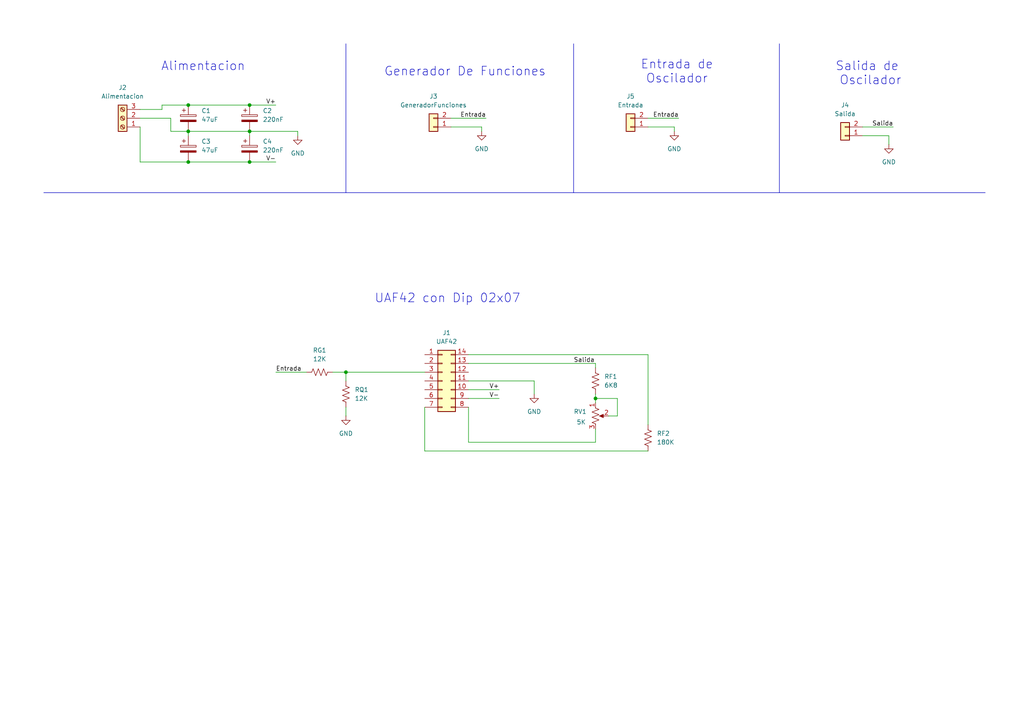
<source format=kicad_sch>
(kicad_sch
	(version 20250114)
	(generator "eeschema")
	(generator_version "9.0")
	(uuid "ab6dd61e-4d82-4cfd-bc28-f9d50e51a0d3")
	(paper "A4")
	(lib_symbols
		(symbol "Connector:Screw_Terminal_01x03"
			(pin_names
				(offset 1.016)
				(hide yes)
			)
			(exclude_from_sim no)
			(in_bom yes)
			(on_board yes)
			(property "Reference" "J"
				(at 0 5.08 0)
				(effects
					(font
						(size 1.27 1.27)
					)
				)
			)
			(property "Value" "Screw_Terminal_01x03"
				(at 0 -5.08 0)
				(effects
					(font
						(size 1.27 1.27)
					)
				)
			)
			(property "Footprint" ""
				(at 0 0 0)
				(effects
					(font
						(size 1.27 1.27)
					)
					(hide yes)
				)
			)
			(property "Datasheet" "~"
				(at 0 0 0)
				(effects
					(font
						(size 1.27 1.27)
					)
					(hide yes)
				)
			)
			(property "Description" "Generic screw terminal, single row, 01x03, script generated (kicad-library-utils/schlib/autogen/connector/)"
				(at 0 0 0)
				(effects
					(font
						(size 1.27 1.27)
					)
					(hide yes)
				)
			)
			(property "ki_keywords" "screw terminal"
				(at 0 0 0)
				(effects
					(font
						(size 1.27 1.27)
					)
					(hide yes)
				)
			)
			(property "ki_fp_filters" "TerminalBlock*:*"
				(at 0 0 0)
				(effects
					(font
						(size 1.27 1.27)
					)
					(hide yes)
				)
			)
			(symbol "Screw_Terminal_01x03_1_1"
				(rectangle
					(start -1.27 3.81)
					(end 1.27 -3.81)
					(stroke
						(width 0.254)
						(type default)
					)
					(fill
						(type background)
					)
				)
				(polyline
					(pts
						(xy -0.5334 2.8702) (xy 0.3302 2.032)
					)
					(stroke
						(width 0.1524)
						(type default)
					)
					(fill
						(type none)
					)
				)
				(polyline
					(pts
						(xy -0.5334 0.3302) (xy 0.3302 -0.508)
					)
					(stroke
						(width 0.1524)
						(type default)
					)
					(fill
						(type none)
					)
				)
				(polyline
					(pts
						(xy -0.5334 -2.2098) (xy 0.3302 -3.048)
					)
					(stroke
						(width 0.1524)
						(type default)
					)
					(fill
						(type none)
					)
				)
				(polyline
					(pts
						(xy -0.3556 3.048) (xy 0.508 2.2098)
					)
					(stroke
						(width 0.1524)
						(type default)
					)
					(fill
						(type none)
					)
				)
				(polyline
					(pts
						(xy -0.3556 0.508) (xy 0.508 -0.3302)
					)
					(stroke
						(width 0.1524)
						(type default)
					)
					(fill
						(type none)
					)
				)
				(polyline
					(pts
						(xy -0.3556 -2.032) (xy 0.508 -2.8702)
					)
					(stroke
						(width 0.1524)
						(type default)
					)
					(fill
						(type none)
					)
				)
				(circle
					(center 0 2.54)
					(radius 0.635)
					(stroke
						(width 0.1524)
						(type default)
					)
					(fill
						(type none)
					)
				)
				(circle
					(center 0 0)
					(radius 0.635)
					(stroke
						(width 0.1524)
						(type default)
					)
					(fill
						(type none)
					)
				)
				(circle
					(center 0 -2.54)
					(radius 0.635)
					(stroke
						(width 0.1524)
						(type default)
					)
					(fill
						(type none)
					)
				)
				(pin passive line
					(at -5.08 2.54 0)
					(length 3.81)
					(name "Pin_1"
						(effects
							(font
								(size 1.27 1.27)
							)
						)
					)
					(number "1"
						(effects
							(font
								(size 1.27 1.27)
							)
						)
					)
				)
				(pin passive line
					(at -5.08 0 0)
					(length 3.81)
					(name "Pin_2"
						(effects
							(font
								(size 1.27 1.27)
							)
						)
					)
					(number "2"
						(effects
							(font
								(size 1.27 1.27)
							)
						)
					)
				)
				(pin passive line
					(at -5.08 -2.54 0)
					(length 3.81)
					(name "Pin_3"
						(effects
							(font
								(size 1.27 1.27)
							)
						)
					)
					(number "3"
						(effects
							(font
								(size 1.27 1.27)
							)
						)
					)
				)
			)
			(embedded_fonts no)
		)
		(symbol "Connector_Generic:Conn_01x02"
			(pin_names
				(offset 1.016)
				(hide yes)
			)
			(exclude_from_sim no)
			(in_bom yes)
			(on_board yes)
			(property "Reference" "J"
				(at 0 2.54 0)
				(effects
					(font
						(size 1.27 1.27)
					)
				)
			)
			(property "Value" "Conn_01x02"
				(at 0 -5.08 0)
				(effects
					(font
						(size 1.27 1.27)
					)
				)
			)
			(property "Footprint" ""
				(at 0 0 0)
				(effects
					(font
						(size 1.27 1.27)
					)
					(hide yes)
				)
			)
			(property "Datasheet" "~"
				(at 0 0 0)
				(effects
					(font
						(size 1.27 1.27)
					)
					(hide yes)
				)
			)
			(property "Description" "Generic connector, single row, 01x02, script generated (kicad-library-utils/schlib/autogen/connector/)"
				(at 0 0 0)
				(effects
					(font
						(size 1.27 1.27)
					)
					(hide yes)
				)
			)
			(property "ki_keywords" "connector"
				(at 0 0 0)
				(effects
					(font
						(size 1.27 1.27)
					)
					(hide yes)
				)
			)
			(property "ki_fp_filters" "Connector*:*_1x??_*"
				(at 0 0 0)
				(effects
					(font
						(size 1.27 1.27)
					)
					(hide yes)
				)
			)
			(symbol "Conn_01x02_1_1"
				(rectangle
					(start -1.27 1.27)
					(end 1.27 -3.81)
					(stroke
						(width 0.254)
						(type default)
					)
					(fill
						(type background)
					)
				)
				(rectangle
					(start -1.27 0.127)
					(end 0 -0.127)
					(stroke
						(width 0.1524)
						(type default)
					)
					(fill
						(type none)
					)
				)
				(rectangle
					(start -1.27 -2.413)
					(end 0 -2.667)
					(stroke
						(width 0.1524)
						(type default)
					)
					(fill
						(type none)
					)
				)
				(pin passive line
					(at -5.08 0 0)
					(length 3.81)
					(name "Pin_1"
						(effects
							(font
								(size 1.27 1.27)
							)
						)
					)
					(number "1"
						(effects
							(font
								(size 1.27 1.27)
							)
						)
					)
				)
				(pin passive line
					(at -5.08 -2.54 0)
					(length 3.81)
					(name "Pin_2"
						(effects
							(font
								(size 1.27 1.27)
							)
						)
					)
					(number "2"
						(effects
							(font
								(size 1.27 1.27)
							)
						)
					)
				)
			)
			(embedded_fonts no)
		)
		(symbol "Connector_Generic:Conn_02x07_Counter_Clockwise"
			(pin_names
				(offset 1.016)
				(hide yes)
			)
			(exclude_from_sim no)
			(in_bom yes)
			(on_board yes)
			(property "Reference" "J"
				(at 1.27 10.16 0)
				(effects
					(font
						(size 1.27 1.27)
					)
				)
			)
			(property "Value" "Conn_02x07_Counter_Clockwise"
				(at 1.27 -10.16 0)
				(effects
					(font
						(size 1.27 1.27)
					)
				)
			)
			(property "Footprint" ""
				(at 0 0 0)
				(effects
					(font
						(size 1.27 1.27)
					)
					(hide yes)
				)
			)
			(property "Datasheet" "~"
				(at 0 0 0)
				(effects
					(font
						(size 1.27 1.27)
					)
					(hide yes)
				)
			)
			(property "Description" "Generic connector, double row, 02x07, counter clockwise pin numbering scheme (similar to DIP package numbering), script generated (kicad-library-utils/schlib/autogen/connector/)"
				(at 0 0 0)
				(effects
					(font
						(size 1.27 1.27)
					)
					(hide yes)
				)
			)
			(property "ki_keywords" "connector"
				(at 0 0 0)
				(effects
					(font
						(size 1.27 1.27)
					)
					(hide yes)
				)
			)
			(property "ki_fp_filters" "Connector*:*_2x??_*"
				(at 0 0 0)
				(effects
					(font
						(size 1.27 1.27)
					)
					(hide yes)
				)
			)
			(symbol "Conn_02x07_Counter_Clockwise_1_1"
				(rectangle
					(start -1.27 8.89)
					(end 3.81 -8.89)
					(stroke
						(width 0.254)
						(type default)
					)
					(fill
						(type background)
					)
				)
				(rectangle
					(start -1.27 7.747)
					(end 0 7.493)
					(stroke
						(width 0.1524)
						(type default)
					)
					(fill
						(type none)
					)
				)
				(rectangle
					(start -1.27 5.207)
					(end 0 4.953)
					(stroke
						(width 0.1524)
						(type default)
					)
					(fill
						(type none)
					)
				)
				(rectangle
					(start -1.27 2.667)
					(end 0 2.413)
					(stroke
						(width 0.1524)
						(type default)
					)
					(fill
						(type none)
					)
				)
				(rectangle
					(start -1.27 0.127)
					(end 0 -0.127)
					(stroke
						(width 0.1524)
						(type default)
					)
					(fill
						(type none)
					)
				)
				(rectangle
					(start -1.27 -2.413)
					(end 0 -2.667)
					(stroke
						(width 0.1524)
						(type default)
					)
					(fill
						(type none)
					)
				)
				(rectangle
					(start -1.27 -4.953)
					(end 0 -5.207)
					(stroke
						(width 0.1524)
						(type default)
					)
					(fill
						(type none)
					)
				)
				(rectangle
					(start -1.27 -7.493)
					(end 0 -7.747)
					(stroke
						(width 0.1524)
						(type default)
					)
					(fill
						(type none)
					)
				)
				(rectangle
					(start 3.81 7.747)
					(end 2.54 7.493)
					(stroke
						(width 0.1524)
						(type default)
					)
					(fill
						(type none)
					)
				)
				(rectangle
					(start 3.81 5.207)
					(end 2.54 4.953)
					(stroke
						(width 0.1524)
						(type default)
					)
					(fill
						(type none)
					)
				)
				(rectangle
					(start 3.81 2.667)
					(end 2.54 2.413)
					(stroke
						(width 0.1524)
						(type default)
					)
					(fill
						(type none)
					)
				)
				(rectangle
					(start 3.81 0.127)
					(end 2.54 -0.127)
					(stroke
						(width 0.1524)
						(type default)
					)
					(fill
						(type none)
					)
				)
				(rectangle
					(start 3.81 -2.413)
					(end 2.54 -2.667)
					(stroke
						(width 0.1524)
						(type default)
					)
					(fill
						(type none)
					)
				)
				(rectangle
					(start 3.81 -4.953)
					(end 2.54 -5.207)
					(stroke
						(width 0.1524)
						(type default)
					)
					(fill
						(type none)
					)
				)
				(rectangle
					(start 3.81 -7.493)
					(end 2.54 -7.747)
					(stroke
						(width 0.1524)
						(type default)
					)
					(fill
						(type none)
					)
				)
				(pin passive line
					(at -5.08 7.62 0)
					(length 3.81)
					(name "Pin_1"
						(effects
							(font
								(size 1.27 1.27)
							)
						)
					)
					(number "1"
						(effects
							(font
								(size 1.27 1.27)
							)
						)
					)
				)
				(pin passive line
					(at -5.08 5.08 0)
					(length 3.81)
					(name "Pin_2"
						(effects
							(font
								(size 1.27 1.27)
							)
						)
					)
					(number "2"
						(effects
							(font
								(size 1.27 1.27)
							)
						)
					)
				)
				(pin passive line
					(at -5.08 2.54 0)
					(length 3.81)
					(name "Pin_3"
						(effects
							(font
								(size 1.27 1.27)
							)
						)
					)
					(number "3"
						(effects
							(font
								(size 1.27 1.27)
							)
						)
					)
				)
				(pin passive line
					(at -5.08 0 0)
					(length 3.81)
					(name "Pin_4"
						(effects
							(font
								(size 1.27 1.27)
							)
						)
					)
					(number "4"
						(effects
							(font
								(size 1.27 1.27)
							)
						)
					)
				)
				(pin passive line
					(at -5.08 -2.54 0)
					(length 3.81)
					(name "Pin_5"
						(effects
							(font
								(size 1.27 1.27)
							)
						)
					)
					(number "5"
						(effects
							(font
								(size 1.27 1.27)
							)
						)
					)
				)
				(pin passive line
					(at -5.08 -5.08 0)
					(length 3.81)
					(name "Pin_6"
						(effects
							(font
								(size 1.27 1.27)
							)
						)
					)
					(number "6"
						(effects
							(font
								(size 1.27 1.27)
							)
						)
					)
				)
				(pin passive line
					(at -5.08 -7.62 0)
					(length 3.81)
					(name "Pin_7"
						(effects
							(font
								(size 1.27 1.27)
							)
						)
					)
					(number "7"
						(effects
							(font
								(size 1.27 1.27)
							)
						)
					)
				)
				(pin passive line
					(at 7.62 7.62 180)
					(length 3.81)
					(name "Pin_14"
						(effects
							(font
								(size 1.27 1.27)
							)
						)
					)
					(number "14"
						(effects
							(font
								(size 1.27 1.27)
							)
						)
					)
				)
				(pin passive line
					(at 7.62 5.08 180)
					(length 3.81)
					(name "Pin_13"
						(effects
							(font
								(size 1.27 1.27)
							)
						)
					)
					(number "13"
						(effects
							(font
								(size 1.27 1.27)
							)
						)
					)
				)
				(pin passive line
					(at 7.62 2.54 180)
					(length 3.81)
					(name "Pin_12"
						(effects
							(font
								(size 1.27 1.27)
							)
						)
					)
					(number "12"
						(effects
							(font
								(size 1.27 1.27)
							)
						)
					)
				)
				(pin passive line
					(at 7.62 0 180)
					(length 3.81)
					(name "Pin_11"
						(effects
							(font
								(size 1.27 1.27)
							)
						)
					)
					(number "11"
						(effects
							(font
								(size 1.27 1.27)
							)
						)
					)
				)
				(pin passive line
					(at 7.62 -2.54 180)
					(length 3.81)
					(name "Pin_10"
						(effects
							(font
								(size 1.27 1.27)
							)
						)
					)
					(number "10"
						(effects
							(font
								(size 1.27 1.27)
							)
						)
					)
				)
				(pin passive line
					(at 7.62 -5.08 180)
					(length 3.81)
					(name "Pin_9"
						(effects
							(font
								(size 1.27 1.27)
							)
						)
					)
					(number "9"
						(effects
							(font
								(size 1.27 1.27)
							)
						)
					)
				)
				(pin passive line
					(at 7.62 -7.62 180)
					(length 3.81)
					(name "Pin_8"
						(effects
							(font
								(size 1.27 1.27)
							)
						)
					)
					(number "8"
						(effects
							(font
								(size 1.27 1.27)
							)
						)
					)
				)
			)
			(embedded_fonts no)
		)
		(symbol "Device:C_Polarized"
			(pin_numbers
				(hide yes)
			)
			(pin_names
				(offset 0.254)
			)
			(exclude_from_sim no)
			(in_bom yes)
			(on_board yes)
			(property "Reference" "C"
				(at 0.635 2.54 0)
				(effects
					(font
						(size 1.27 1.27)
					)
					(justify left)
				)
			)
			(property "Value" "C_Polarized"
				(at 0.635 -2.54 0)
				(effects
					(font
						(size 1.27 1.27)
					)
					(justify left)
				)
			)
			(property "Footprint" ""
				(at 0.9652 -3.81 0)
				(effects
					(font
						(size 1.27 1.27)
					)
					(hide yes)
				)
			)
			(property "Datasheet" "~"
				(at 0 0 0)
				(effects
					(font
						(size 1.27 1.27)
					)
					(hide yes)
				)
			)
			(property "Description" "Polarized capacitor"
				(at 0 0 0)
				(effects
					(font
						(size 1.27 1.27)
					)
					(hide yes)
				)
			)
			(property "ki_keywords" "cap capacitor"
				(at 0 0 0)
				(effects
					(font
						(size 1.27 1.27)
					)
					(hide yes)
				)
			)
			(property "ki_fp_filters" "CP_*"
				(at 0 0 0)
				(effects
					(font
						(size 1.27 1.27)
					)
					(hide yes)
				)
			)
			(symbol "C_Polarized_0_1"
				(rectangle
					(start -2.286 0.508)
					(end 2.286 1.016)
					(stroke
						(width 0)
						(type default)
					)
					(fill
						(type none)
					)
				)
				(polyline
					(pts
						(xy -1.778 2.286) (xy -0.762 2.286)
					)
					(stroke
						(width 0)
						(type default)
					)
					(fill
						(type none)
					)
				)
				(polyline
					(pts
						(xy -1.27 2.794) (xy -1.27 1.778)
					)
					(stroke
						(width 0)
						(type default)
					)
					(fill
						(type none)
					)
				)
				(rectangle
					(start 2.286 -0.508)
					(end -2.286 -1.016)
					(stroke
						(width 0)
						(type default)
					)
					(fill
						(type outline)
					)
				)
			)
			(symbol "C_Polarized_1_1"
				(pin passive line
					(at 0 3.81 270)
					(length 2.794)
					(name "~"
						(effects
							(font
								(size 1.27 1.27)
							)
						)
					)
					(number "1"
						(effects
							(font
								(size 1.27 1.27)
							)
						)
					)
				)
				(pin passive line
					(at 0 -3.81 90)
					(length 2.794)
					(name "~"
						(effects
							(font
								(size 1.27 1.27)
							)
						)
					)
					(number "2"
						(effects
							(font
								(size 1.27 1.27)
							)
						)
					)
				)
			)
			(embedded_fonts no)
		)
		(symbol "Device:R_Potentiometer_US"
			(pin_names
				(offset 1.016)
				(hide yes)
			)
			(exclude_from_sim no)
			(in_bom yes)
			(on_board yes)
			(property "Reference" "RV"
				(at -4.445 0 90)
				(effects
					(font
						(size 1.27 1.27)
					)
				)
			)
			(property "Value" "R_Potentiometer_US"
				(at -2.54 0 90)
				(effects
					(font
						(size 1.27 1.27)
					)
				)
			)
			(property "Footprint" ""
				(at 0 0 0)
				(effects
					(font
						(size 1.27 1.27)
					)
					(hide yes)
				)
			)
			(property "Datasheet" "~"
				(at 0 0 0)
				(effects
					(font
						(size 1.27 1.27)
					)
					(hide yes)
				)
			)
			(property "Description" "Potentiometer, US symbol"
				(at 0 0 0)
				(effects
					(font
						(size 1.27 1.27)
					)
					(hide yes)
				)
			)
			(property "ki_keywords" "resistor variable"
				(at 0 0 0)
				(effects
					(font
						(size 1.27 1.27)
					)
					(hide yes)
				)
			)
			(property "ki_fp_filters" "Potentiometer*"
				(at 0 0 0)
				(effects
					(font
						(size 1.27 1.27)
					)
					(hide yes)
				)
			)
			(symbol "R_Potentiometer_US_0_1"
				(polyline
					(pts
						(xy 0 2.54) (xy 0 2.286)
					)
					(stroke
						(width 0)
						(type default)
					)
					(fill
						(type none)
					)
				)
				(polyline
					(pts
						(xy 0 2.286) (xy 1.016 1.905) (xy 0 1.524) (xy -1.016 1.143) (xy 0 0.762)
					)
					(stroke
						(width 0)
						(type default)
					)
					(fill
						(type none)
					)
				)
				(polyline
					(pts
						(xy 0 0.762) (xy 1.016 0.381) (xy 0 0) (xy -1.016 -0.381) (xy 0 -0.762)
					)
					(stroke
						(width 0)
						(type default)
					)
					(fill
						(type none)
					)
				)
				(polyline
					(pts
						(xy 0 -0.762) (xy 1.016 -1.143) (xy 0 -1.524) (xy -1.016 -1.905) (xy 0 -2.286)
					)
					(stroke
						(width 0)
						(type default)
					)
					(fill
						(type none)
					)
				)
				(polyline
					(pts
						(xy 0 -2.286) (xy 0 -2.54)
					)
					(stroke
						(width 0)
						(type default)
					)
					(fill
						(type none)
					)
				)
				(polyline
					(pts
						(xy 1.143 0) (xy 2.286 0.508) (xy 2.286 -0.508) (xy 1.143 0)
					)
					(stroke
						(width 0)
						(type default)
					)
					(fill
						(type outline)
					)
				)
				(polyline
					(pts
						(xy 2.54 0) (xy 1.524 0)
					)
					(stroke
						(width 0)
						(type default)
					)
					(fill
						(type none)
					)
				)
			)
			(symbol "R_Potentiometer_US_1_1"
				(pin passive line
					(at 0 3.81 270)
					(length 1.27)
					(name "1"
						(effects
							(font
								(size 1.27 1.27)
							)
						)
					)
					(number "1"
						(effects
							(font
								(size 1.27 1.27)
							)
						)
					)
				)
				(pin passive line
					(at 0 -3.81 90)
					(length 1.27)
					(name "3"
						(effects
							(font
								(size 1.27 1.27)
							)
						)
					)
					(number "3"
						(effects
							(font
								(size 1.27 1.27)
							)
						)
					)
				)
				(pin passive line
					(at 3.81 0 180)
					(length 1.27)
					(name "2"
						(effects
							(font
								(size 1.27 1.27)
							)
						)
					)
					(number "2"
						(effects
							(font
								(size 1.27 1.27)
							)
						)
					)
				)
			)
			(embedded_fonts no)
		)
		(symbol "Device:R_US"
			(pin_numbers
				(hide yes)
			)
			(pin_names
				(offset 0)
			)
			(exclude_from_sim no)
			(in_bom yes)
			(on_board yes)
			(property "Reference" "R"
				(at 2.54 0 90)
				(effects
					(font
						(size 1.27 1.27)
					)
				)
			)
			(property "Value" "R_US"
				(at -2.54 0 90)
				(effects
					(font
						(size 1.27 1.27)
					)
				)
			)
			(property "Footprint" ""
				(at 1.016 -0.254 90)
				(effects
					(font
						(size 1.27 1.27)
					)
					(hide yes)
				)
			)
			(property "Datasheet" "~"
				(at 0 0 0)
				(effects
					(font
						(size 1.27 1.27)
					)
					(hide yes)
				)
			)
			(property "Description" "Resistor, US symbol"
				(at 0 0 0)
				(effects
					(font
						(size 1.27 1.27)
					)
					(hide yes)
				)
			)
			(property "ki_keywords" "R res resistor"
				(at 0 0 0)
				(effects
					(font
						(size 1.27 1.27)
					)
					(hide yes)
				)
			)
			(property "ki_fp_filters" "R_*"
				(at 0 0 0)
				(effects
					(font
						(size 1.27 1.27)
					)
					(hide yes)
				)
			)
			(symbol "R_US_0_1"
				(polyline
					(pts
						(xy 0 2.286) (xy 0 2.54)
					)
					(stroke
						(width 0)
						(type default)
					)
					(fill
						(type none)
					)
				)
				(polyline
					(pts
						(xy 0 2.286) (xy 1.016 1.905) (xy 0 1.524) (xy -1.016 1.143) (xy 0 0.762)
					)
					(stroke
						(width 0)
						(type default)
					)
					(fill
						(type none)
					)
				)
				(polyline
					(pts
						(xy 0 0.762) (xy 1.016 0.381) (xy 0 0) (xy -1.016 -0.381) (xy 0 -0.762)
					)
					(stroke
						(width 0)
						(type default)
					)
					(fill
						(type none)
					)
				)
				(polyline
					(pts
						(xy 0 -0.762) (xy 1.016 -1.143) (xy 0 -1.524) (xy -1.016 -1.905) (xy 0 -2.286)
					)
					(stroke
						(width 0)
						(type default)
					)
					(fill
						(type none)
					)
				)
				(polyline
					(pts
						(xy 0 -2.286) (xy 0 -2.54)
					)
					(stroke
						(width 0)
						(type default)
					)
					(fill
						(type none)
					)
				)
			)
			(symbol "R_US_1_1"
				(pin passive line
					(at 0 3.81 270)
					(length 1.27)
					(name "~"
						(effects
							(font
								(size 1.27 1.27)
							)
						)
					)
					(number "1"
						(effects
							(font
								(size 1.27 1.27)
							)
						)
					)
				)
				(pin passive line
					(at 0 -3.81 90)
					(length 1.27)
					(name "~"
						(effects
							(font
								(size 1.27 1.27)
							)
						)
					)
					(number "2"
						(effects
							(font
								(size 1.27 1.27)
							)
						)
					)
				)
			)
			(embedded_fonts no)
		)
		(symbol "power:GND"
			(power)
			(pin_numbers
				(hide yes)
			)
			(pin_names
				(offset 0)
				(hide yes)
			)
			(exclude_from_sim no)
			(in_bom yes)
			(on_board yes)
			(property "Reference" "#PWR"
				(at 0 -6.35 0)
				(effects
					(font
						(size 1.27 1.27)
					)
					(hide yes)
				)
			)
			(property "Value" "GND"
				(at 0 -3.81 0)
				(effects
					(font
						(size 1.27 1.27)
					)
				)
			)
			(property "Footprint" ""
				(at 0 0 0)
				(effects
					(font
						(size 1.27 1.27)
					)
					(hide yes)
				)
			)
			(property "Datasheet" ""
				(at 0 0 0)
				(effects
					(font
						(size 1.27 1.27)
					)
					(hide yes)
				)
			)
			(property "Description" "Power symbol creates a global label with name \"GND\" , ground"
				(at 0 0 0)
				(effects
					(font
						(size 1.27 1.27)
					)
					(hide yes)
				)
			)
			(property "ki_keywords" "global power"
				(at 0 0 0)
				(effects
					(font
						(size 1.27 1.27)
					)
					(hide yes)
				)
			)
			(symbol "GND_0_1"
				(polyline
					(pts
						(xy 0 0) (xy 0 -1.27) (xy 1.27 -1.27) (xy 0 -2.54) (xy -1.27 -1.27) (xy 0 -1.27)
					)
					(stroke
						(width 0)
						(type default)
					)
					(fill
						(type none)
					)
				)
			)
			(symbol "GND_1_1"
				(pin power_in line
					(at 0 0 270)
					(length 0)
					(name "~"
						(effects
							(font
								(size 1.27 1.27)
							)
						)
					)
					(number "1"
						(effects
							(font
								(size 1.27 1.27)
							)
						)
					)
				)
			)
			(embedded_fonts no)
		)
	)
	(text "UAF42 con Dip 02x07"
		(exclude_from_sim no)
		(at 129.794 86.614 0)
		(effects
			(font
				(size 2.54 2.54)
			)
		)
		(uuid "6bae6d20-3d14-49eb-96b6-f31453bcd1d4")
	)
	(text "Salida de \nOscilador"
		(exclude_from_sim no)
		(at 252.476 21.336 0)
		(effects
			(font
				(size 2.54 2.54)
			)
		)
		(uuid "730718dc-fe00-4e24-8958-d918ee416ffb")
	)
	(text "Alimentacion"
		(exclude_from_sim no)
		(at 58.928 19.304 0)
		(effects
			(font
				(size 2.54 2.54)
			)
		)
		(uuid "7accf2d1-1620-420a-9647-ca8704c320c5")
	)
	(text "Generador De Funciones"
		(exclude_from_sim no)
		(at 134.874 20.828 0)
		(effects
			(font
				(size 2.54 2.54)
			)
		)
		(uuid "d5a6fe34-dd08-4579-b6b9-6a018615740f")
	)
	(text "Entrada de\nOscilador"
		(exclude_from_sim no)
		(at 196.342 20.828 0)
		(effects
			(font
				(size 2.54 2.54)
			)
		)
		(uuid "ef65067e-60b0-4d9e-9e76-c7074afba744")
	)
	(junction
		(at 72.39 38.1)
		(diameter 0)
		(color 0 0 0 0)
		(uuid "1249834a-e19e-4cf1-8210-f1638f897db7")
	)
	(junction
		(at 54.61 38.1)
		(diameter 0)
		(color 0 0 0 0)
		(uuid "258b4808-ad7c-49c8-9316-114c715470ad")
	)
	(junction
		(at 72.39 30.48)
		(diameter 0)
		(color 0 0 0 0)
		(uuid "50c14563-3b36-4fe2-9eb1-d0ccef86b630")
	)
	(junction
		(at 72.39 46.99)
		(diameter 0)
		(color 0 0 0 0)
		(uuid "8711ac1d-15e5-4f01-9f3f-c4431527dca7")
	)
	(junction
		(at 172.72 115.57)
		(diameter 0)
		(color 0 0 0 0)
		(uuid "b9ad9246-35c7-4e6d-b4e5-a6d8edd5a347")
	)
	(junction
		(at 100.33 107.95)
		(diameter 0)
		(color 0 0 0 0)
		(uuid "ca51c20f-6f3b-4b91-9d35-c0ed50f78542")
	)
	(junction
		(at 54.61 46.99)
		(diameter 0)
		(color 0 0 0 0)
		(uuid "d3047f86-0136-4a44-a9fd-2dc82c52bb54")
	)
	(junction
		(at 54.61 30.48)
		(diameter 0)
		(color 0 0 0 0)
		(uuid "d8e420a4-d589-4070-b45a-56c63fa3ebea")
	)
	(wire
		(pts
			(xy 100.33 107.95) (xy 123.19 107.95)
		)
		(stroke
			(width 0)
			(type default)
		)
		(uuid "0bb5ff3d-8f7f-4c28-867c-020b6f9db9a9")
	)
	(wire
		(pts
			(xy 172.72 124.46) (xy 172.72 128.27)
		)
		(stroke
			(width 0)
			(type default)
		)
		(uuid "10281460-f080-4737-82c5-3f643aa908bc")
	)
	(wire
		(pts
			(xy 187.96 36.83) (xy 195.58 36.83)
		)
		(stroke
			(width 0)
			(type default)
		)
		(uuid "15b8607e-4566-42d3-aab9-70685b3365cb")
	)
	(polyline
		(pts
			(xy 12.7 55.88) (xy 100.33 55.88)
		)
		(stroke
			(width 0)
			(type default)
		)
		(uuid "15e04eab-612e-45d5-8a80-cf13ebf0b47e")
	)
	(wire
		(pts
			(xy 46.99 30.48) (xy 54.61 30.48)
		)
		(stroke
			(width 0)
			(type default)
		)
		(uuid "17042693-7f07-405f-a77b-e94e9544a18a")
	)
	(wire
		(pts
			(xy 123.19 118.11) (xy 123.19 130.81)
		)
		(stroke
			(width 0)
			(type default)
		)
		(uuid "17bad4e1-ac8f-4026-8ca3-f85b66777ac2")
	)
	(wire
		(pts
			(xy 257.81 39.37) (xy 257.81 41.91)
		)
		(stroke
			(width 0)
			(type default)
		)
		(uuid "1826552d-c67e-4965-a3fe-7153aad1b7d2")
	)
	(wire
		(pts
			(xy 172.72 114.3) (xy 172.72 115.57)
		)
		(stroke
			(width 0)
			(type default)
		)
		(uuid "1bf66c4d-9c76-46f3-ab95-c8d10135163e")
	)
	(wire
		(pts
			(xy 40.64 36.83) (xy 40.64 46.99)
		)
		(stroke
			(width 0)
			(type default)
		)
		(uuid "1c126345-b793-48ad-aadb-8acd96f4cd93")
	)
	(wire
		(pts
			(xy 40.64 31.75) (xy 46.99 31.75)
		)
		(stroke
			(width 0)
			(type default)
		)
		(uuid "280db1a7-69e2-4e2d-aad1-05216fba95db")
	)
	(polyline
		(pts
			(xy 226.06 55.88) (xy 285.75 55.88)
		)
		(stroke
			(width 0)
			(type default)
		)
		(uuid "30e92648-0dfd-4456-b158-4b4ad7f6586c")
	)
	(wire
		(pts
			(xy 187.96 102.87) (xy 187.96 123.19)
		)
		(stroke
			(width 0)
			(type default)
		)
		(uuid "32676f80-6f44-458b-8ed4-c4f4091a6b28")
	)
	(wire
		(pts
			(xy 195.58 36.83) (xy 195.58 38.1)
		)
		(stroke
			(width 0)
			(type default)
		)
		(uuid "32f9af8b-e5df-4985-b54a-df74fe1ff214")
	)
	(wire
		(pts
			(xy 72.39 30.48) (xy 80.01 30.48)
		)
		(stroke
			(width 0)
			(type default)
		)
		(uuid "347db036-9cb4-4be9-9532-8ba1399f1b74")
	)
	(wire
		(pts
			(xy 135.89 102.87) (xy 187.96 102.87)
		)
		(stroke
			(width 0)
			(type default)
		)
		(uuid "34eee895-4cd7-4e1b-9b28-3b8317b566a2")
	)
	(wire
		(pts
			(xy 40.64 34.29) (xy 49.53 34.29)
		)
		(stroke
			(width 0)
			(type default)
		)
		(uuid "360d26c6-6726-4f4d-a62f-71256f0c2767")
	)
	(wire
		(pts
			(xy 135.89 105.41) (xy 172.72 105.41)
		)
		(stroke
			(width 0)
			(type default)
		)
		(uuid "3745d2d0-e0f9-44b4-910e-c9f868d5dcbc")
	)
	(wire
		(pts
			(xy 100.33 107.95) (xy 100.33 110.49)
		)
		(stroke
			(width 0)
			(type default)
		)
		(uuid "37f95f4f-ada5-4d4e-bd60-d22a79e2d71a")
	)
	(wire
		(pts
			(xy 49.53 38.1) (xy 54.61 38.1)
		)
		(stroke
			(width 0)
			(type default)
		)
		(uuid "3ba00431-bdde-45eb-a45b-647b3f7863cc")
	)
	(wire
		(pts
			(xy 250.19 39.37) (xy 257.81 39.37)
		)
		(stroke
			(width 0)
			(type default)
		)
		(uuid "3df4a969-b13d-4afa-86c5-297f7cabd861")
	)
	(wire
		(pts
			(xy 46.99 31.75) (xy 46.99 30.48)
		)
		(stroke
			(width 0)
			(type default)
		)
		(uuid "496fb0f1-b89c-487a-939f-d2bbe30a8d46")
	)
	(wire
		(pts
			(xy 135.89 110.49) (xy 154.94 110.49)
		)
		(stroke
			(width 0)
			(type default)
		)
		(uuid "5514253d-3e4a-4777-9ad1-63f85d678712")
	)
	(wire
		(pts
			(xy 172.72 105.41) (xy 172.72 106.68)
		)
		(stroke
			(width 0)
			(type default)
		)
		(uuid "59102ed6-82c1-4e15-9f8e-c78ab6a75936")
	)
	(wire
		(pts
			(xy 49.53 34.29) (xy 49.53 38.1)
		)
		(stroke
			(width 0)
			(type default)
		)
		(uuid "5c63482e-9e8f-40b8-b211-e95e9d8bb206")
	)
	(wire
		(pts
			(xy 100.33 118.11) (xy 100.33 120.65)
		)
		(stroke
			(width 0)
			(type default)
		)
		(uuid "5f059768-e4f4-4fa7-b473-d7a538201ffc")
	)
	(polyline
		(pts
			(xy 166.37 55.88) (xy 226.06 55.88)
		)
		(stroke
			(width 0)
			(type default)
		)
		(uuid "619e2283-a2d8-4812-a297-6559a82c8fdd")
	)
	(wire
		(pts
			(xy 54.61 38.1) (xy 54.61 39.37)
		)
		(stroke
			(width 0)
			(type default)
		)
		(uuid "66b6aebe-af43-49d3-9900-01cb84342827")
	)
	(wire
		(pts
			(xy 96.52 107.95) (xy 100.33 107.95)
		)
		(stroke
			(width 0)
			(type default)
		)
		(uuid "66cbb125-d5fc-4322-b68c-dd7f5f7d03fb")
	)
	(wire
		(pts
			(xy 135.89 115.57) (xy 144.78 115.57)
		)
		(stroke
			(width 0)
			(type default)
		)
		(uuid "6cecca66-a775-4f86-a89a-80b8b5b1690e")
	)
	(wire
		(pts
			(xy 54.61 30.48) (xy 72.39 30.48)
		)
		(stroke
			(width 0)
			(type default)
		)
		(uuid "6f8388d3-4ac2-4ab3-b0fd-92c67b6860b5")
	)
	(wire
		(pts
			(xy 40.64 46.99) (xy 54.61 46.99)
		)
		(stroke
			(width 0)
			(type default)
		)
		(uuid "71030c25-182c-4236-8738-6ad269386b6c")
	)
	(wire
		(pts
			(xy 72.39 38.1) (xy 86.36 38.1)
		)
		(stroke
			(width 0)
			(type default)
		)
		(uuid "71408caa-c638-4d60-a5da-b703e97a49a4")
	)
	(wire
		(pts
			(xy 187.96 34.29) (xy 196.85 34.29)
		)
		(stroke
			(width 0)
			(type default)
		)
		(uuid "717c20c1-ec3a-4de0-ba47-4d8f6e997d25")
	)
	(wire
		(pts
			(xy 135.89 113.03) (xy 144.78 113.03)
		)
		(stroke
			(width 0)
			(type default)
		)
		(uuid "72e69b91-ca61-4a4c-acf0-cf1ea766604a")
	)
	(wire
		(pts
			(xy 135.89 128.27) (xy 135.89 118.11)
		)
		(stroke
			(width 0)
			(type default)
		)
		(uuid "75366f6f-a221-4877-b606-b94180083f2b")
	)
	(wire
		(pts
			(xy 130.81 34.29) (xy 140.97 34.29)
		)
		(stroke
			(width 0)
			(type default)
		)
		(uuid "75d96dc5-472f-4172-ad4f-5c56592122df")
	)
	(polyline
		(pts
			(xy 166.37 12.7) (xy 166.37 55.88)
		)
		(stroke
			(width 0)
			(type default)
		)
		(uuid "790d669d-3cc1-45e1-b77e-4058f199676a")
	)
	(wire
		(pts
			(xy 86.36 38.1) (xy 86.36 39.37)
		)
		(stroke
			(width 0)
			(type default)
		)
		(uuid "7a549e4d-a930-4e9f-9de8-64b2ecd27f0d")
	)
	(wire
		(pts
			(xy 176.53 120.65) (xy 179.07 120.65)
		)
		(stroke
			(width 0)
			(type default)
		)
		(uuid "8154f004-c749-4098-80d8-b7444cb97799")
	)
	(wire
		(pts
			(xy 54.61 46.99) (xy 72.39 46.99)
		)
		(stroke
			(width 0)
			(type default)
		)
		(uuid "84bbba6f-8445-400d-a92b-0b413a2305c7")
	)
	(wire
		(pts
			(xy 172.72 115.57) (xy 172.72 116.84)
		)
		(stroke
			(width 0)
			(type default)
		)
		(uuid "8cfdf2b1-31bb-4c58-ac0e-e2d08e62c113")
	)
	(wire
		(pts
			(xy 172.72 128.27) (xy 135.89 128.27)
		)
		(stroke
			(width 0)
			(type default)
		)
		(uuid "998108d1-8b17-447a-991c-aa43960bee31")
	)
	(wire
		(pts
			(xy 179.07 115.57) (xy 172.72 115.57)
		)
		(stroke
			(width 0)
			(type default)
		)
		(uuid "9a8cd8d4-8e33-48ba-ada8-bd6e8362651e")
	)
	(wire
		(pts
			(xy 80.01 107.95) (xy 88.9 107.95)
		)
		(stroke
			(width 0)
			(type default)
		)
		(uuid "9b607f23-1637-4c13-96eb-ba5e2911b097")
	)
	(wire
		(pts
			(xy 130.81 36.83) (xy 139.7 36.83)
		)
		(stroke
			(width 0)
			(type default)
		)
		(uuid "c9811e64-b6be-4253-b572-430464d6acc8")
	)
	(polyline
		(pts
			(xy 100.33 12.7) (xy 100.33 55.88)
		)
		(stroke
			(width 0)
			(type default)
		)
		(uuid "ca8c768b-9568-4e04-8e36-eaa7c6252d97")
	)
	(polyline
		(pts
			(xy 100.33 55.88) (xy 166.37 55.88)
		)
		(stroke
			(width 0)
			(type default)
		)
		(uuid "d9619da8-e108-4317-84be-938387df9da9")
	)
	(wire
		(pts
			(xy 72.39 38.1) (xy 72.39 39.37)
		)
		(stroke
			(width 0)
			(type default)
		)
		(uuid "db7587f6-7b77-4bc1-b5bc-88412f55ec64")
	)
	(wire
		(pts
			(xy 250.19 36.83) (xy 259.08 36.83)
		)
		(stroke
			(width 0)
			(type default)
		)
		(uuid "dc1c05a0-bdd2-4994-81a9-31a8dfd188e5")
	)
	(wire
		(pts
			(xy 123.19 130.81) (xy 187.96 130.81)
		)
		(stroke
			(width 0)
			(type default)
		)
		(uuid "dd8e47f2-5a3d-4829-988b-48b2c3b918f9")
	)
	(wire
		(pts
			(xy 72.39 46.99) (xy 80.01 46.99)
		)
		(stroke
			(width 0)
			(type default)
		)
		(uuid "ddbb7938-948b-49e6-8d7a-0f191fa62bae")
	)
	(wire
		(pts
			(xy 139.7 36.83) (xy 139.7 38.1)
		)
		(stroke
			(width 0)
			(type default)
		)
		(uuid "e328e287-ee78-4919-b0ae-09e91eb72c17")
	)
	(polyline
		(pts
			(xy 226.06 12.7) (xy 226.06 55.88)
		)
		(stroke
			(width 0)
			(type default)
		)
		(uuid "e6edfab5-c5f5-4eff-80ed-64dc417213f4")
	)
	(wire
		(pts
			(xy 54.61 38.1) (xy 72.39 38.1)
		)
		(stroke
			(width 0)
			(type default)
		)
		(uuid "e7023dd3-3fe0-465e-835c-4cdd8bb3fa0c")
	)
	(wire
		(pts
			(xy 179.07 120.65) (xy 179.07 115.57)
		)
		(stroke
			(width 0)
			(type default)
		)
		(uuid "ef815490-372a-4165-8a32-b3c3f63e8c16")
	)
	(wire
		(pts
			(xy 154.94 110.49) (xy 154.94 114.3)
		)
		(stroke
			(width 0)
			(type default)
		)
		(uuid "f943ed5c-e487-4c71-bfbe-6f5bae538cc8")
	)
	(label "Entrada"
		(at 140.97 34.29 180)
		(effects
			(font
				(size 1.27 1.27)
			)
			(justify right bottom)
		)
		(uuid "16bbf867-76ea-447e-928b-69e1e1e114e3")
	)
	(label "V+"
		(at 144.78 113.03 180)
		(effects
			(font
				(size 1.27 1.27)
			)
			(justify right bottom)
		)
		(uuid "2369b8a4-683b-4fc1-92e9-d7424823da9e")
	)
	(label "V-"
		(at 80.01 46.99 180)
		(effects
			(font
				(size 1.27 1.27)
			)
			(justify right bottom)
		)
		(uuid "621982a1-8f78-4409-bad8-a074c43f6b39")
	)
	(label "Entrada"
		(at 196.85 34.29 180)
		(effects
			(font
				(size 1.27 1.27)
			)
			(justify right bottom)
		)
		(uuid "7ddaf00c-5ce9-4796-b4c7-3db81383423e")
	)
	(label "Salida"
		(at 166.37 105.41 0)
		(effects
			(font
				(size 1.27 1.27)
			)
			(justify left bottom)
		)
		(uuid "81b11fd5-0e4e-4755-a687-e871a1eaab3f")
	)
	(label "Salida"
		(at 259.08 36.83 180)
		(effects
			(font
				(size 1.27 1.27)
			)
			(justify right bottom)
		)
		(uuid "cbfc28e6-725f-47ff-b082-f64d2a7db073")
	)
	(label "Entrada"
		(at 80.01 107.95 0)
		(effects
			(font
				(size 1.27 1.27)
			)
			(justify left bottom)
		)
		(uuid "d3ad9612-3dc1-4cab-bcd1-04a7af1670b5")
	)
	(label "V-"
		(at 144.78 115.57 180)
		(effects
			(font
				(size 1.27 1.27)
			)
			(justify right bottom)
		)
		(uuid "e18f643b-59a2-4e7b-a4f1-5dd17d07627e")
	)
	(label "V+"
		(at 80.01 30.48 180)
		(effects
			(font
				(size 1.27 1.27)
			)
			(justify right bottom)
		)
		(uuid "f595815c-e4c0-4114-8fe8-a4dbd4593d6b")
	)
	(symbol
		(lib_id "Device:R_US")
		(at 187.96 127 0)
		(unit 1)
		(exclude_from_sim no)
		(in_bom yes)
		(on_board yes)
		(dnp no)
		(fields_autoplaced yes)
		(uuid "03858e39-a0e8-46b8-b4d8-25f7a9c0dd9a")
		(property "Reference" "RF2"
			(at 190.5 125.7299 0)
			(effects
				(font
					(size 1.27 1.27)
				)
				(justify left)
			)
		)
		(property "Value" "180K"
			(at 190.5 128.2699 0)
			(effects
				(font
					(size 1.27 1.27)
				)
				(justify left)
			)
		)
		(property "Footprint" "Resistor_THT:R_Axial_DIN0204_L3.6mm_D1.6mm_P7.62mm_Horizontal"
			(at 188.976 127.254 90)
			(effects
				(font
					(size 1.27 1.27)
				)
				(hide yes)
			)
		)
		(property "Datasheet" "~"
			(at 187.96 127 0)
			(effects
				(font
					(size 1.27 1.27)
				)
				(hide yes)
			)
		)
		(property "Description" "Resistor, US symbol"
			(at 187.96 127 0)
			(effects
				(font
					(size 1.27 1.27)
				)
				(hide yes)
			)
		)
		(pin "2"
			(uuid "b4991484-ab33-41e4-a82c-8fc64b8c94e5")
		)
		(pin "1"
			(uuid "3aec81a7-9b1e-43da-aef9-a40306c3a18d")
		)
		(instances
			(project "TPLabo1"
				(path "/ab6dd61e-4d82-4cfd-bc28-f9d50e51a0d3"
					(reference "RF2")
					(unit 1)
				)
			)
		)
	)
	(symbol
		(lib_id "power:GND")
		(at 139.7 38.1 0)
		(unit 1)
		(exclude_from_sim no)
		(in_bom yes)
		(on_board yes)
		(dnp no)
		(fields_autoplaced yes)
		(uuid "0eaad54a-28c5-40c8-8d30-d1d8a214ec46")
		(property "Reference" "#PWR06"
			(at 139.7 44.45 0)
			(effects
				(font
					(size 1.27 1.27)
				)
				(hide yes)
			)
		)
		(property "Value" "GND"
			(at 139.7 43.18 0)
			(effects
				(font
					(size 1.27 1.27)
				)
			)
		)
		(property "Footprint" ""
			(at 139.7 38.1 0)
			(effects
				(font
					(size 1.27 1.27)
				)
				(hide yes)
			)
		)
		(property "Datasheet" ""
			(at 139.7 38.1 0)
			(effects
				(font
					(size 1.27 1.27)
				)
				(hide yes)
			)
		)
		(property "Description" "Power symbol creates a global label with name \"GND\" , ground"
			(at 139.7 38.1 0)
			(effects
				(font
					(size 1.27 1.27)
				)
				(hide yes)
			)
		)
		(pin "1"
			(uuid "90a9dc33-db2e-4e40-9d7f-c5c41811db2b")
		)
		(instances
			(project "TPLabo1"
				(path "/ab6dd61e-4d82-4cfd-bc28-f9d50e51a0d3"
					(reference "#PWR06")
					(unit 1)
				)
			)
		)
	)
	(symbol
		(lib_id "Device:R_US")
		(at 92.71 107.95 90)
		(unit 1)
		(exclude_from_sim no)
		(in_bom yes)
		(on_board yes)
		(dnp no)
		(fields_autoplaced yes)
		(uuid "12dcd25f-58b5-4a5f-8705-27c39fca6ece")
		(property "Reference" "RG1"
			(at 92.71 101.6 90)
			(effects
				(font
					(size 1.27 1.27)
				)
			)
		)
		(property "Value" "12K"
			(at 92.71 104.14 90)
			(effects
				(font
					(size 1.27 1.27)
				)
			)
		)
		(property "Footprint" "Resistor_THT:R_Axial_DIN0204_L3.6mm_D1.6mm_P7.62mm_Horizontal"
			(at 92.964 106.934 90)
			(effects
				(font
					(size 1.27 1.27)
				)
				(hide yes)
			)
		)
		(property "Datasheet" "~"
			(at 92.71 107.95 0)
			(effects
				(font
					(size 1.27 1.27)
				)
				(hide yes)
			)
		)
		(property "Description" "Resistor, US symbol"
			(at 92.71 107.95 0)
			(effects
				(font
					(size 1.27 1.27)
				)
				(hide yes)
			)
		)
		(pin "2"
			(uuid "9588161d-2539-4f63-b9a2-2e59b32f1c44")
		)
		(pin "1"
			(uuid "a7b07036-de04-4d22-98c3-bdab32273ab8")
		)
		(instances
			(project "TPLabo1"
				(path "/ab6dd61e-4d82-4cfd-bc28-f9d50e51a0d3"
					(reference "RG1")
					(unit 1)
				)
			)
		)
	)
	(symbol
		(lib_id "Device:C_Polarized")
		(at 72.39 34.29 0)
		(unit 1)
		(exclude_from_sim no)
		(in_bom yes)
		(on_board yes)
		(dnp no)
		(fields_autoplaced yes)
		(uuid "23a568b4-d1ec-4e0f-a9f0-ffe31bc3f6d4")
		(property "Reference" "C2"
			(at 76.2 32.1309 0)
			(effects
				(font
					(size 1.27 1.27)
				)
				(justify left)
			)
		)
		(property "Value" "220nF"
			(at 76.2 34.6709 0)
			(effects
				(font
					(size 1.27 1.27)
				)
				(justify left)
			)
		)
		(property "Footprint" "Capacitor_THT:C_Disc_D3.0mm_W1.6mm_P2.50mm"
			(at 73.3552 38.1 0)
			(effects
				(font
					(size 1.27 1.27)
				)
				(hide yes)
			)
		)
		(property "Datasheet" "~"
			(at 72.39 34.29 0)
			(effects
				(font
					(size 1.27 1.27)
				)
				(hide yes)
			)
		)
		(property "Description" "Polarized capacitor"
			(at 72.39 34.29 0)
			(effects
				(font
					(size 1.27 1.27)
				)
				(hide yes)
			)
		)
		(pin "2"
			(uuid "9b53cbf1-ef59-4e15-9aa1-4d4062f674b0")
		)
		(pin "1"
			(uuid "3ba3fff3-9bc2-4535-939f-67940d5b328f")
		)
		(instances
			(project "TPLabo1"
				(path "/ab6dd61e-4d82-4cfd-bc28-f9d50e51a0d3"
					(reference "C2")
					(unit 1)
				)
			)
		)
	)
	(symbol
		(lib_id "power:GND")
		(at 86.36 39.37 0)
		(unit 1)
		(exclude_from_sim no)
		(in_bom yes)
		(on_board yes)
		(dnp no)
		(fields_autoplaced yes)
		(uuid "303afd7b-6306-4c46-b747-54d263189f94")
		(property "Reference" "#PWR02"
			(at 86.36 45.72 0)
			(effects
				(font
					(size 1.27 1.27)
				)
				(hide yes)
			)
		)
		(property "Value" "GND"
			(at 86.36 44.45 0)
			(effects
				(font
					(size 1.27 1.27)
				)
			)
		)
		(property "Footprint" ""
			(at 86.36 39.37 0)
			(effects
				(font
					(size 1.27 1.27)
				)
				(hide yes)
			)
		)
		(property "Datasheet" ""
			(at 86.36 39.37 0)
			(effects
				(font
					(size 1.27 1.27)
				)
				(hide yes)
			)
		)
		(property "Description" "Power symbol creates a global label with name \"GND\" , ground"
			(at 86.36 39.37 0)
			(effects
				(font
					(size 1.27 1.27)
				)
				(hide yes)
			)
		)
		(pin "1"
			(uuid "683e8112-6fa5-4475-aba7-c824ed5d188d")
		)
		(instances
			(project ""
				(path "/ab6dd61e-4d82-4cfd-bc28-f9d50e51a0d3"
					(reference "#PWR02")
					(unit 1)
				)
			)
		)
	)
	(symbol
		(lib_id "Device:R_US")
		(at 100.33 114.3 0)
		(unit 1)
		(exclude_from_sim no)
		(in_bom yes)
		(on_board yes)
		(dnp no)
		(fields_autoplaced yes)
		(uuid "3372e57b-ae39-4036-8cbe-78ce5f92d7ce")
		(property "Reference" "RQ1"
			(at 102.87 113.0299 0)
			(effects
				(font
					(size 1.27 1.27)
				)
				(justify left)
			)
		)
		(property "Value" "12K"
			(at 102.87 115.5699 0)
			(effects
				(font
					(size 1.27 1.27)
				)
				(justify left)
			)
		)
		(property "Footprint" "Resistor_THT:R_Axial_DIN0204_L3.6mm_D1.6mm_P7.62mm_Horizontal"
			(at 101.346 114.554 90)
			(effects
				(font
					(size 1.27 1.27)
				)
				(hide yes)
			)
		)
		(property "Datasheet" "~"
			(at 100.33 114.3 0)
			(effects
				(font
					(size 1.27 1.27)
				)
				(hide yes)
			)
		)
		(property "Description" "Resistor, US symbol"
			(at 100.33 114.3 0)
			(effects
				(font
					(size 1.27 1.27)
				)
				(hide yes)
			)
		)
		(pin "2"
			(uuid "4d21eeeb-1d7a-4f13-bbfa-f4effde6ab57")
		)
		(pin "1"
			(uuid "9c31240d-bf4d-47f9-a111-2925e92bfb55")
		)
		(instances
			(project "TPLabo1"
				(path "/ab6dd61e-4d82-4cfd-bc28-f9d50e51a0d3"
					(reference "RQ1")
					(unit 1)
				)
			)
		)
	)
	(symbol
		(lib_id "Device:R_Potentiometer_US")
		(at 172.72 120.65 0)
		(unit 1)
		(exclude_from_sim no)
		(in_bom yes)
		(on_board yes)
		(dnp no)
		(uuid "33aa1bec-e241-4a68-8f41-b1290e267d68")
		(property "Reference" "RV1"
			(at 170.18 119.3799 0)
			(effects
				(font
					(size 1.27 1.27)
				)
				(justify right)
			)
		)
		(property "Value" "5K"
			(at 169.926 122.428 0)
			(effects
				(font
					(size 1.27 1.27)
				)
				(justify right)
			)
		)
		(property "Footprint" "Potentiometer_THT:Potentiometer_Bourns_3296W_Vertical"
			(at 172.72 120.65 0)
			(effects
				(font
					(size 1.27 1.27)
				)
				(hide yes)
			)
		)
		(property "Datasheet" "~"
			(at 172.72 120.65 0)
			(effects
				(font
					(size 1.27 1.27)
				)
				(hide yes)
			)
		)
		(property "Description" "Potentiometer, US symbol"
			(at 172.72 120.65 0)
			(effects
				(font
					(size 1.27 1.27)
				)
				(hide yes)
			)
		)
		(pin "1"
			(uuid "9015ab69-98f7-405a-b05f-3d13f4fff8d8")
		)
		(pin "3"
			(uuid "9ddd56bd-0f1c-47dd-8996-20b92626715b")
		)
		(pin "2"
			(uuid "d2a98311-70cb-4764-b079-6f0f0598936e")
		)
		(instances
			(project ""
				(path "/ab6dd61e-4d82-4cfd-bc28-f9d50e51a0d3"
					(reference "RV1")
					(unit 1)
				)
			)
		)
	)
	(symbol
		(lib_id "power:GND")
		(at 195.58 38.1 0)
		(unit 1)
		(exclude_from_sim no)
		(in_bom yes)
		(on_board yes)
		(dnp no)
		(fields_autoplaced yes)
		(uuid "3d8b6a71-fe58-4ff0-a284-5a7cf64bc553")
		(property "Reference" "#PWR04"
			(at 195.58 44.45 0)
			(effects
				(font
					(size 1.27 1.27)
				)
				(hide yes)
			)
		)
		(property "Value" "GND"
			(at 195.58 43.18 0)
			(effects
				(font
					(size 1.27 1.27)
				)
			)
		)
		(property "Footprint" ""
			(at 195.58 38.1 0)
			(effects
				(font
					(size 1.27 1.27)
				)
				(hide yes)
			)
		)
		(property "Datasheet" ""
			(at 195.58 38.1 0)
			(effects
				(font
					(size 1.27 1.27)
				)
				(hide yes)
			)
		)
		(property "Description" "Power symbol creates a global label with name \"GND\" , ground"
			(at 195.58 38.1 0)
			(effects
				(font
					(size 1.27 1.27)
				)
				(hide yes)
			)
		)
		(pin "1"
			(uuid "5cf2fd16-9435-47cb-b6c8-e8a0e2360e30")
		)
		(instances
			(project ""
				(path "/ab6dd61e-4d82-4cfd-bc28-f9d50e51a0d3"
					(reference "#PWR04")
					(unit 1)
				)
			)
		)
	)
	(symbol
		(lib_id "Connector_Generic:Conn_01x02")
		(at 245.11 39.37 180)
		(unit 1)
		(exclude_from_sim no)
		(in_bom yes)
		(on_board yes)
		(dnp no)
		(fields_autoplaced yes)
		(uuid "53e69219-03de-4359-b0e3-7e62d8b77305")
		(property "Reference" "J4"
			(at 245.11 30.48 0)
			(effects
				(font
					(size 1.27 1.27)
				)
			)
		)
		(property "Value" "Salida"
			(at 245.11 33.02 0)
			(effects
				(font
					(size 1.27 1.27)
				)
			)
		)
		(property "Footprint" "Library:TerminalBlock_MaiXu_MX126-5.0-02P_1x02_P5.00mm_ConModelo3D"
			(at 245.11 39.37 0)
			(effects
				(font
					(size 1.27 1.27)
				)
				(hide yes)
			)
		)
		(property "Datasheet" "~"
			(at 245.11 39.37 0)
			(effects
				(font
					(size 1.27 1.27)
				)
				(hide yes)
			)
		)
		(property "Description" "Generic connector, single row, 01x02, script generated (kicad-library-utils/schlib/autogen/connector/)"
			(at 245.11 39.37 0)
			(effects
				(font
					(size 1.27 1.27)
				)
				(hide yes)
			)
		)
		(pin "1"
			(uuid "7ebe6694-0a8a-461b-8235-da4850ff96e9")
		)
		(pin "2"
			(uuid "87ffdc2a-d29a-4a63-aa40-557c59526aaa")
		)
		(instances
			(project "TPLabo1"
				(path "/ab6dd61e-4d82-4cfd-bc28-f9d50e51a0d3"
					(reference "J4")
					(unit 1)
				)
			)
		)
	)
	(symbol
		(lib_id "Connector:Screw_Terminal_01x03")
		(at 35.56 34.29 180)
		(unit 1)
		(exclude_from_sim no)
		(in_bom yes)
		(on_board yes)
		(dnp no)
		(fields_autoplaced yes)
		(uuid "56d230f2-481a-46f3-b1e3-5fae2094116a")
		(property "Reference" "J2"
			(at 35.56 25.4 0)
			(effects
				(font
					(size 1.27 1.27)
				)
			)
		)
		(property "Value" "Alimentacion"
			(at 35.56 27.94 0)
			(effects
				(font
					(size 1.27 1.27)
				)
			)
		)
		(property "Footprint" "Library:TerminalBlock_MaiXu_MX126-5.0-03P_1x03_P5.00mm_ConModelo3D"
			(at 35.56 34.29 0)
			(effects
				(font
					(size 1.27 1.27)
				)
				(hide yes)
			)
		)
		(property "Datasheet" "~"
			(at 35.56 34.29 0)
			(effects
				(font
					(size 1.27 1.27)
				)
				(hide yes)
			)
		)
		(property "Description" "Generic screw terminal, single row, 01x03, script generated (kicad-library-utils/schlib/autogen/connector/)"
			(at 35.56 34.29 0)
			(effects
				(font
					(size 1.27 1.27)
				)
				(hide yes)
			)
		)
		(pin "1"
			(uuid "c5280bac-c4fb-4f70-9eee-4d06b2549ae3")
		)
		(pin "3"
			(uuid "587cd269-402e-4441-8df7-90f25a22ed80")
		)
		(pin "2"
			(uuid "d924cd5b-f865-4c1f-a86c-4df0b6c5d893")
		)
		(instances
			(project ""
				(path "/ab6dd61e-4d82-4cfd-bc28-f9d50e51a0d3"
					(reference "J2")
					(unit 1)
				)
			)
		)
	)
	(symbol
		(lib_id "Connector_Generic:Conn_01x02")
		(at 125.73 36.83 180)
		(unit 1)
		(exclude_from_sim no)
		(in_bom yes)
		(on_board yes)
		(dnp no)
		(fields_autoplaced yes)
		(uuid "5a987a2c-7e4a-4819-8fe4-fee7dbe6e16a")
		(property "Reference" "J3"
			(at 125.73 27.94 0)
			(effects
				(font
					(size 1.27 1.27)
				)
			)
		)
		(property "Value" "GeneradorFunciones"
			(at 125.73 30.48 0)
			(effects
				(font
					(size 1.27 1.27)
				)
			)
		)
		(property "Footprint" "Library:TerminalBlock_MaiXu_MX126-5.0-02P_1x02_P5.00mm_ConModelo3D"
			(at 125.73 36.83 0)
			(effects
				(font
					(size 1.27 1.27)
				)
				(hide yes)
			)
		)
		(property "Datasheet" "~"
			(at 125.73 36.83 0)
			(effects
				(font
					(size 1.27 1.27)
				)
				(hide yes)
			)
		)
		(property "Description" "Generic connector, single row, 01x02, script generated (kicad-library-utils/schlib/autogen/connector/)"
			(at 125.73 36.83 0)
			(effects
				(font
					(size 1.27 1.27)
				)
				(hide yes)
			)
		)
		(pin "1"
			(uuid "7d6d19c5-733d-458b-b258-c046feddee61")
		)
		(pin "2"
			(uuid "ba5067a7-12f3-470c-bccb-b71c02e89dab")
		)
		(instances
			(project "TPLabo1"
				(path "/ab6dd61e-4d82-4cfd-bc28-f9d50e51a0d3"
					(reference "J3")
					(unit 1)
				)
			)
		)
	)
	(symbol
		(lib_id "Device:C_Polarized")
		(at 72.39 43.18 0)
		(unit 1)
		(exclude_from_sim no)
		(in_bom yes)
		(on_board yes)
		(dnp no)
		(fields_autoplaced yes)
		(uuid "64196965-2d03-4b6c-a2f6-92a3267fc835")
		(property "Reference" "C4"
			(at 76.2 41.0209 0)
			(effects
				(font
					(size 1.27 1.27)
				)
				(justify left)
			)
		)
		(property "Value" "220nF"
			(at 76.2 43.5609 0)
			(effects
				(font
					(size 1.27 1.27)
				)
				(justify left)
			)
		)
		(property "Footprint" "Capacitor_THT:C_Disc_D3.0mm_W1.6mm_P2.50mm"
			(at 73.3552 46.99 0)
			(effects
				(font
					(size 1.27 1.27)
				)
				(hide yes)
			)
		)
		(property "Datasheet" "~"
			(at 72.39 43.18 0)
			(effects
				(font
					(size 1.27 1.27)
				)
				(hide yes)
			)
		)
		(property "Description" "Polarized capacitor"
			(at 72.39 43.18 0)
			(effects
				(font
					(size 1.27 1.27)
				)
				(hide yes)
			)
		)
		(pin "2"
			(uuid "55a9232f-b458-44b7-96e1-1a1d29e922d2")
		)
		(pin "1"
			(uuid "ad9d30ed-1c48-461e-8f76-ac81e3d595d3")
		)
		(instances
			(project "TPLabo1"
				(path "/ab6dd61e-4d82-4cfd-bc28-f9d50e51a0d3"
					(reference "C4")
					(unit 1)
				)
			)
		)
	)
	(symbol
		(lib_id "Device:C_Polarized")
		(at 54.61 34.29 0)
		(unit 1)
		(exclude_from_sim no)
		(in_bom yes)
		(on_board yes)
		(dnp no)
		(fields_autoplaced yes)
		(uuid "69cd65b3-b40f-495f-8d43-ddf8470f4a5c")
		(property "Reference" "C1"
			(at 58.42 32.1309 0)
			(effects
				(font
					(size 1.27 1.27)
				)
				(justify left)
			)
		)
		(property "Value" "47uF"
			(at 58.42 34.6709 0)
			(effects
				(font
					(size 1.27 1.27)
				)
				(justify left)
			)
		)
		(property "Footprint" "Capacitor_THT:CP_Radial_D4.0mm_P2.00mm"
			(at 55.5752 38.1 0)
			(effects
				(font
					(size 1.27 1.27)
				)
				(hide yes)
			)
		)
		(property "Datasheet" "~"
			(at 54.61 34.29 0)
			(effects
				(font
					(size 1.27 1.27)
				)
				(hide yes)
			)
		)
		(property "Description" "Polarized capacitor"
			(at 54.61 34.29 0)
			(effects
				(font
					(size 1.27 1.27)
				)
				(hide yes)
			)
		)
		(pin "2"
			(uuid "8ba54905-0934-4cbf-a891-43ec2e370dbf")
		)
		(pin "1"
			(uuid "5f6f1f53-67a0-47a6-91a2-312debbde5a4")
		)
		(instances
			(project ""
				(path "/ab6dd61e-4d82-4cfd-bc28-f9d50e51a0d3"
					(reference "C1")
					(unit 1)
				)
			)
		)
	)
	(symbol
		(lib_id "Connector_Generic:Conn_02x07_Counter_Clockwise")
		(at 128.27 110.49 0)
		(unit 1)
		(exclude_from_sim no)
		(in_bom yes)
		(on_board yes)
		(dnp no)
		(uuid "83070dff-5585-4113-ada3-43ef7928f440")
		(property "Reference" "J1"
			(at 129.54 96.52 0)
			(effects
				(font
					(size 1.27 1.27)
				)
			)
		)
		(property "Value" "UAF42"
			(at 129.54 99.06 0)
			(effects
				(font
					(size 1.27 1.27)
				)
			)
		)
		(property "Footprint" "Package_DIP:DIP-14_W7.62mm_Socket_LongPads"
			(at 128.27 110.49 0)
			(effects
				(font
					(size 1.27 1.27)
				)
				(hide yes)
			)
		)
		(property "Datasheet" "~"
			(at 128.27 110.49 0)
			(effects
				(font
					(size 1.27 1.27)
				)
				(hide yes)
			)
		)
		(property "Description" "Generic connector, double row, 02x07, counter clockwise pin numbering scheme (similar to DIP package numbering), script generated (kicad-library-utils/schlib/autogen/connector/)"
			(at 128.27 110.49 0)
			(effects
				(font
					(size 1.27 1.27)
				)
				(hide yes)
			)
		)
		(pin "2"
			(uuid "236efc31-5171-4152-b038-f0ded20b9d2b")
		)
		(pin "3"
			(uuid "9cb6d810-af48-48fc-99c6-8ec411168ea8")
		)
		(pin "6"
			(uuid "49bc93c2-182c-451e-a6d3-1329b6638564")
		)
		(pin "12"
			(uuid "d4956b96-676e-49cf-b8c0-6cba3ff6ed2e")
		)
		(pin "11"
			(uuid "1d072302-684b-43e8-94b2-bb70494ee9da")
		)
		(pin "1"
			(uuid "5e1e99cd-2882-4dc2-aeab-05639465cc72")
		)
		(pin "4"
			(uuid "6c3ac63d-bb0b-46a4-8c4b-342a689aa9cf")
		)
		(pin "5"
			(uuid "546a9365-3aa9-42fc-ae75-fa5e72fe2cec")
		)
		(pin "14"
			(uuid "9fd05c88-16dc-4c2e-adb0-d9dc087f24f5")
		)
		(pin "13"
			(uuid "9374f99e-9601-4fc0-9bed-7a8d19fe8e6c")
		)
		(pin "10"
			(uuid "e771318f-e117-4e4a-9e2f-e72b349a70b6")
		)
		(pin "9"
			(uuid "1a8c0d49-46ad-4af5-8b0d-a7f5550d11ac")
		)
		(pin "8"
			(uuid "1ba9126b-0092-4d6d-badc-2394fe8d8228")
		)
		(pin "7"
			(uuid "371eb855-015f-4bf9-8818-c72d54b27c0c")
		)
		(instances
			(project ""
				(path "/ab6dd61e-4d82-4cfd-bc28-f9d50e51a0d3"
					(reference "J1")
					(unit 1)
				)
			)
		)
	)
	(symbol
		(lib_id "Device:R_US")
		(at 172.72 110.49 0)
		(unit 1)
		(exclude_from_sim no)
		(in_bom yes)
		(on_board yes)
		(dnp no)
		(fields_autoplaced yes)
		(uuid "8e8b680b-fb22-4ea6-a023-706ecdb15862")
		(property "Reference" "RF1"
			(at 175.26 109.2199 0)
			(effects
				(font
					(size 1.27 1.27)
				)
				(justify left)
			)
		)
		(property "Value" "6K8"
			(at 175.26 111.7599 0)
			(effects
				(font
					(size 1.27 1.27)
				)
				(justify left)
			)
		)
		(property "Footprint" "Resistor_THT:R_Axial_DIN0204_L3.6mm_D1.6mm_P7.62mm_Horizontal"
			(at 173.736 110.744 90)
			(effects
				(font
					(size 1.27 1.27)
				)
				(hide yes)
			)
		)
		(property "Datasheet" "~"
			(at 172.72 110.49 0)
			(effects
				(font
					(size 1.27 1.27)
				)
				(hide yes)
			)
		)
		(property "Description" "Resistor, US symbol"
			(at 172.72 110.49 0)
			(effects
				(font
					(size 1.27 1.27)
				)
				(hide yes)
			)
		)
		(pin "2"
			(uuid "e6adb850-b42f-488c-8f0b-0dbcc30203e1")
		)
		(pin "1"
			(uuid "298c4f75-e8ea-4f13-9baf-56ac6baa9907")
		)
		(instances
			(project ""
				(path "/ab6dd61e-4d82-4cfd-bc28-f9d50e51a0d3"
					(reference "RF1")
					(unit 1)
				)
			)
		)
	)
	(symbol
		(lib_id "power:GND")
		(at 100.33 120.65 0)
		(unit 1)
		(exclude_from_sim no)
		(in_bom yes)
		(on_board yes)
		(dnp no)
		(fields_autoplaced yes)
		(uuid "8fb06d0f-f275-426f-aab2-e57df54ef626")
		(property "Reference" "#PWR07"
			(at 100.33 127 0)
			(effects
				(font
					(size 1.27 1.27)
				)
				(hide yes)
			)
		)
		(property "Value" "GND"
			(at 100.33 125.73 0)
			(effects
				(font
					(size 1.27 1.27)
				)
			)
		)
		(property "Footprint" ""
			(at 100.33 120.65 0)
			(effects
				(font
					(size 1.27 1.27)
				)
				(hide yes)
			)
		)
		(property "Datasheet" ""
			(at 100.33 120.65 0)
			(effects
				(font
					(size 1.27 1.27)
				)
				(hide yes)
			)
		)
		(property "Description" "Power symbol creates a global label with name \"GND\" , ground"
			(at 100.33 120.65 0)
			(effects
				(font
					(size 1.27 1.27)
				)
				(hide yes)
			)
		)
		(pin "1"
			(uuid "d8c66169-6c03-448a-876e-19ab2c91cab7")
		)
		(instances
			(project ""
				(path "/ab6dd61e-4d82-4cfd-bc28-f9d50e51a0d3"
					(reference "#PWR07")
					(unit 1)
				)
			)
		)
	)
	(symbol
		(lib_id "Connector_Generic:Conn_01x02")
		(at 182.88 36.83 180)
		(unit 1)
		(exclude_from_sim no)
		(in_bom yes)
		(on_board yes)
		(dnp no)
		(fields_autoplaced yes)
		(uuid "948ae91a-23bd-4c71-a254-cf3f8c022aa6")
		(property "Reference" "J5"
			(at 182.88 27.94 0)
			(effects
				(font
					(size 1.27 1.27)
				)
			)
		)
		(property "Value" "Entrada"
			(at 182.88 30.48 0)
			(effects
				(font
					(size 1.27 1.27)
				)
			)
		)
		(property "Footprint" "Library:TerminalBlock_MaiXu_MX126-5.0-02P_1x02_P5.00mm_ConModelo3D"
			(at 182.88 36.83 0)
			(effects
				(font
					(size 1.27 1.27)
				)
				(hide yes)
			)
		)
		(property "Datasheet" "~"
			(at 182.88 36.83 0)
			(effects
				(font
					(size 1.27 1.27)
				)
				(hide yes)
			)
		)
		(property "Description" "Generic connector, single row, 01x02, script generated (kicad-library-utils/schlib/autogen/connector/)"
			(at 182.88 36.83 0)
			(effects
				(font
					(size 1.27 1.27)
				)
				(hide yes)
			)
		)
		(pin "1"
			(uuid "922f3cfd-7b95-4ce4-b439-095140bbc594")
		)
		(pin "2"
			(uuid "68c44e68-7554-47ce-aa5c-6eb66c9252cd")
		)
		(instances
			(project "TPLabo1"
				(path "/ab6dd61e-4d82-4cfd-bc28-f9d50e51a0d3"
					(reference "J5")
					(unit 1)
				)
			)
		)
	)
	(symbol
		(lib_id "power:GND")
		(at 257.81 41.91 0)
		(unit 1)
		(exclude_from_sim no)
		(in_bom yes)
		(on_board yes)
		(dnp no)
		(fields_autoplaced yes)
		(uuid "a7170f5d-6c87-4662-9e79-f308909fec2c")
		(property "Reference" "#PWR05"
			(at 257.81 48.26 0)
			(effects
				(font
					(size 1.27 1.27)
				)
				(hide yes)
			)
		)
		(property "Value" "GND"
			(at 257.81 46.99 0)
			(effects
				(font
					(size 1.27 1.27)
				)
			)
		)
		(property "Footprint" ""
			(at 257.81 41.91 0)
			(effects
				(font
					(size 1.27 1.27)
				)
				(hide yes)
			)
		)
		(property "Datasheet" ""
			(at 257.81 41.91 0)
			(effects
				(font
					(size 1.27 1.27)
				)
				(hide yes)
			)
		)
		(property "Description" "Power symbol creates a global label with name \"GND\" , ground"
			(at 257.81 41.91 0)
			(effects
				(font
					(size 1.27 1.27)
				)
				(hide yes)
			)
		)
		(pin "1"
			(uuid "57325029-9e17-4778-a838-030b6d8f1e9f")
		)
		(instances
			(project "TPLabo1"
				(path "/ab6dd61e-4d82-4cfd-bc28-f9d50e51a0d3"
					(reference "#PWR05")
					(unit 1)
				)
			)
		)
	)
	(symbol
		(lib_id "power:GND")
		(at 154.94 114.3 0)
		(unit 1)
		(exclude_from_sim no)
		(in_bom yes)
		(on_board yes)
		(dnp no)
		(fields_autoplaced yes)
		(uuid "ae3a2902-507d-4f3c-b9ec-d61f38d0a3f9")
		(property "Reference" "#PWR03"
			(at 154.94 120.65 0)
			(effects
				(font
					(size 1.27 1.27)
				)
				(hide yes)
			)
		)
		(property "Value" "GND"
			(at 154.94 119.38 0)
			(effects
				(font
					(size 1.27 1.27)
				)
			)
		)
		(property "Footprint" ""
			(at 154.94 114.3 0)
			(effects
				(font
					(size 1.27 1.27)
				)
				(hide yes)
			)
		)
		(property "Datasheet" ""
			(at 154.94 114.3 0)
			(effects
				(font
					(size 1.27 1.27)
				)
				(hide yes)
			)
		)
		(property "Description" "Power symbol creates a global label with name \"GND\" , ground"
			(at 154.94 114.3 0)
			(effects
				(font
					(size 1.27 1.27)
				)
				(hide yes)
			)
		)
		(pin "1"
			(uuid "6b1111b5-566b-4ebc-8eaa-b49fcb4c22f1")
		)
		(instances
			(project ""
				(path "/ab6dd61e-4d82-4cfd-bc28-f9d50e51a0d3"
					(reference "#PWR03")
					(unit 1)
				)
			)
		)
	)
	(symbol
		(lib_id "Device:C_Polarized")
		(at 54.61 43.18 0)
		(unit 1)
		(exclude_from_sim no)
		(in_bom yes)
		(on_board yes)
		(dnp no)
		(fields_autoplaced yes)
		(uuid "b9a3529b-b798-46a4-b454-e213218b2d48")
		(property "Reference" "C3"
			(at 58.42 41.0209 0)
			(effects
				(font
					(size 1.27 1.27)
				)
				(justify left)
			)
		)
		(property "Value" "47uF"
			(at 58.42 43.5609 0)
			(effects
				(font
					(size 1.27 1.27)
				)
				(justify left)
			)
		)
		(property "Footprint" "Capacitor_THT:CP_Radial_D4.0mm_P2.00mm"
			(at 55.5752 46.99 0)
			(effects
				(font
					(size 1.27 1.27)
				)
				(hide yes)
			)
		)
		(property "Datasheet" "~"
			(at 54.61 43.18 0)
			(effects
				(font
					(size 1.27 1.27)
				)
				(hide yes)
			)
		)
		(property "Description" "Polarized capacitor"
			(at 54.61 43.18 0)
			(effects
				(font
					(size 1.27 1.27)
				)
				(hide yes)
			)
		)
		(pin "2"
			(uuid "843f3258-04d1-4803-9d2d-a56c6239d1ac")
		)
		(pin "1"
			(uuid "42f59144-b36e-4f67-9ed3-0133e9c80eb1")
		)
		(instances
			(project "TPLabo1"
				(path "/ab6dd61e-4d82-4cfd-bc28-f9d50e51a0d3"
					(reference "C3")
					(unit 1)
				)
			)
		)
	)
	(sheet_instances
		(path "/"
			(page "1")
		)
	)
	(embedded_fonts no)
)

</source>
